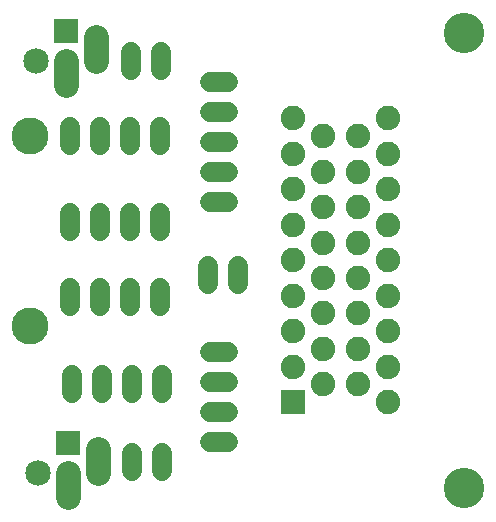
<source format=gbr>
G04 EAGLE Gerber RS-274X export*
G75*
%MOMM*%
%FSLAX34Y34*%
%LPD*%
%INSoldermask Bottom*%
%IPPOS*%
%AMOC8*
5,1,8,0,0,1.08239X$1,22.5*%
G01*
%ADD10C,3.127000*%
%ADD11C,3.427000*%
%ADD12C,2.077000*%
%ADD13R,2.077000X2.077000*%
%ADD14C,1.651000*%
%ADD15C,2.159000*%
%ADD16C,2.159000*%
%ADD17R,2.159000X2.159000*%


D10*
X62000Y355500D03*
X62000Y194500D03*
D11*
X429500Y58000D03*
X429500Y443000D03*
D12*
X364500Y130500D03*
X364500Y160500D03*
X364500Y190500D03*
X364500Y220500D03*
X364500Y250500D03*
X364500Y280500D03*
X364500Y310500D03*
X364500Y340500D03*
X364500Y370500D03*
X339500Y145500D03*
X339500Y175500D03*
X339500Y205500D03*
X339500Y235500D03*
X339500Y265500D03*
X339500Y295500D03*
X339500Y325500D03*
X339500Y355500D03*
X309500Y145500D03*
X309500Y175500D03*
X309500Y205500D03*
X309500Y235500D03*
X309500Y265500D03*
X309500Y295500D03*
X309500Y325500D03*
X309500Y355500D03*
D13*
X284500Y130500D03*
D12*
X284500Y160500D03*
X284500Y190500D03*
X284500Y220500D03*
X284500Y250500D03*
X284500Y280500D03*
X284500Y310500D03*
X284500Y340500D03*
X284500Y370500D03*
D14*
X95900Y363620D02*
X95900Y348380D01*
X121300Y348380D02*
X121300Y363620D01*
X146700Y363620D02*
X146700Y348380D01*
X172100Y348380D02*
X172100Y363620D01*
X95400Y290620D02*
X95400Y275380D01*
X120800Y275380D02*
X120800Y290620D01*
X146200Y290620D02*
X146200Y275380D01*
X171600Y275380D02*
X171600Y290620D01*
X95900Y226620D02*
X95900Y211380D01*
X121300Y211380D02*
X121300Y226620D01*
X146700Y226620D02*
X146700Y211380D01*
X172100Y211380D02*
X172100Y226620D01*
X97400Y153120D02*
X97400Y137880D01*
X122800Y137880D02*
X122800Y153120D01*
X148200Y153120D02*
X148200Y137880D01*
X173600Y137880D02*
X173600Y153120D01*
X147300Y411380D02*
X147300Y426620D01*
X172700Y426620D02*
X172700Y411380D01*
X148300Y87620D02*
X148300Y72380D01*
X173700Y72380D02*
X173700Y87620D01*
X212800Y230380D02*
X212800Y245620D01*
X238200Y245620D02*
X238200Y230380D01*
X229620Y351000D02*
X214380Y351000D01*
X214380Y325600D02*
X229620Y325600D01*
X229620Y300200D02*
X214380Y300200D01*
X214380Y376400D02*
X229620Y376400D01*
X229620Y401800D02*
X214380Y401800D01*
D15*
X66500Y419000D03*
D16*
X91900Y419000D02*
X91900Y398680D01*
X117300Y419000D02*
X117300Y439320D01*
D17*
X91900Y444400D03*
D15*
X68500Y70500D03*
D16*
X93900Y70500D02*
X93900Y50180D01*
X119300Y70500D02*
X119300Y90820D01*
D17*
X93900Y95900D03*
D14*
X214380Y173100D02*
X229620Y173100D01*
X229620Y147700D02*
X214380Y147700D01*
X214380Y122300D02*
X229620Y122300D01*
X229620Y96900D02*
X214380Y96900D01*
M02*

</source>
